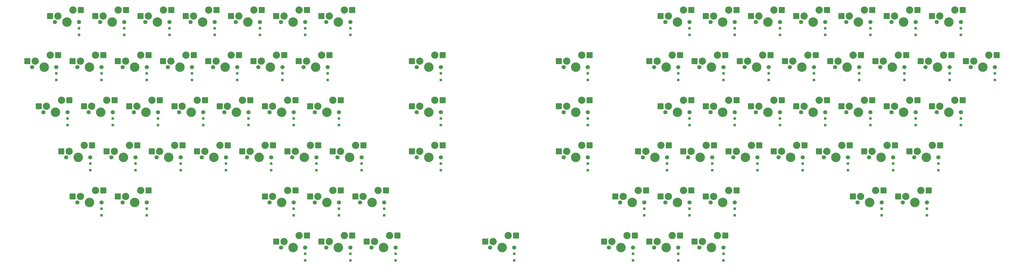
<source format=gbs>
G04 #@! TF.GenerationSoftware,KiCad,Pcbnew,8.0.9*
G04 #@! TF.CreationDate,2025-09-25T17:38:48-07:00*
G04 #@! TF.ProjectId,keyboard,6b657962-6f61-4726-942e-6b696361645f,v0.0.0-alpha*
G04 #@! TF.SameCoordinates,Original*
G04 #@! TF.FileFunction,Soldermask,Bot*
G04 #@! TF.FilePolarity,Negative*
%FSLAX46Y46*%
G04 Gerber Fmt 4.6, Leading zero omitted, Abs format (unit mm)*
G04 Created by KiCad (PCBNEW 8.0.9) date 2025-09-25 17:38:48*
%MOMM*%
%LPD*%
G01*
G04 APERTURE LIST*
G04 Aperture macros list*
%AMRoundRect*
0 Rectangle with rounded corners*
0 $1 Rounding radius*
0 $2 $3 $4 $5 $6 $7 $8 $9 X,Y pos of 4 corners*
0 Add a 4 corners polygon primitive as box body*
4,1,4,$2,$3,$4,$5,$6,$7,$8,$9,$2,$3,0*
0 Add four circle primitives for the rounded corners*
1,1,$1+$1,$2,$3*
1,1,$1+$1,$4,$5*
1,1,$1+$1,$6,$7*
1,1,$1+$1,$8,$9*
0 Add four rect primitives between the rounded corners*
20,1,$1+$1,$2,$3,$4,$5,0*
20,1,$1+$1,$4,$5,$6,$7,0*
20,1,$1+$1,$6,$7,$8,$9,0*
20,1,$1+$1,$8,$9,$2,$3,0*%
G04 Aperture macros list end*
%ADD10C,1.750000*%
%ADD11C,3.050000*%
%ADD12C,4.000000*%
%ADD13RoundRect,0.250000X-1.025000X-1.000000X1.025000X-1.000000X1.025000X1.000000X-1.025000X1.000000X0*%
%ADD14RoundRect,0.250000X0.300000X-0.300000X0.300000X0.300000X-0.300000X0.300000X-0.300000X-0.300000X0*%
G04 APERTURE END LIST*
D10*
G04 #@! TO.C,SW27*
X416489200Y-163656700D03*
D11*
X417759200Y-161116700D03*
D12*
X421569200Y-163656700D03*
D11*
X424109200Y-158576700D03*
D10*
X426649200Y-163656700D03*
D13*
X414484200Y-161116700D03*
X427411200Y-158576700D03*
G04 #@! TD*
D10*
G04 #@! TO.C,SW37*
X197414200Y-182706700D03*
D11*
X198684200Y-180166700D03*
D12*
X202494200Y-182706700D03*
D11*
X205034200Y-177626700D03*
D10*
X207574200Y-182706700D03*
D13*
X195409200Y-180166700D03*
X208336200Y-177626700D03*
G04 #@! TD*
D10*
G04 #@! TO.C,SW63*
X468876700Y-201756700D03*
D11*
X470146700Y-199216700D03*
D12*
X473956700Y-201756700D03*
D11*
X476496700Y-196676700D03*
D10*
X479036700Y-201756700D03*
D13*
X466871700Y-199216700D03*
X479798700Y-196676700D03*
G04 #@! TD*
D10*
G04 #@! TO.C,SW50*
X149789200Y-201756700D03*
D11*
X151059200Y-199216700D03*
D12*
X154869200Y-201756700D03*
D11*
X157409200Y-196676700D03*
D10*
X159949200Y-201756700D03*
D13*
X147784200Y-199216700D03*
X160711200Y-196676700D03*
G04 #@! TD*
D10*
G04 #@! TO.C,SW71*
X383151700Y-220806700D03*
D11*
X384421700Y-218266700D03*
D12*
X388231700Y-220806700D03*
D11*
X390771700Y-215726700D03*
D10*
X393311700Y-220806700D03*
D13*
X381146700Y-218266700D03*
X394073700Y-215726700D03*
G04 #@! TD*
D10*
G04 #@! TO.C,SW39*
X259326700Y-182706700D03*
D11*
X260596700Y-180166700D03*
D12*
X264406700Y-182706700D03*
D11*
X266946700Y-177626700D03*
D10*
X269486700Y-182706700D03*
D13*
X257321700Y-180166700D03*
X270248700Y-177626700D03*
G04 #@! TD*
D10*
G04 #@! TO.C,SW56*
X321239200Y-201756700D03*
D11*
X322509200Y-199216700D03*
D12*
X326319200Y-201756700D03*
D11*
X328859200Y-196676700D03*
D10*
X331399200Y-201756700D03*
D13*
X319234200Y-199216700D03*
X332161200Y-196676700D03*
G04 #@! TD*
D10*
G04 #@! TO.C,SW45*
X440301700Y-182706700D03*
D11*
X441571700Y-180166700D03*
D12*
X445381700Y-182706700D03*
D11*
X447921700Y-177626700D03*
D10*
X450461700Y-182706700D03*
D13*
X438296700Y-180166700D03*
X451223700Y-177626700D03*
G04 #@! TD*
D10*
G04 #@! TO.C,SW6*
X202176700Y-144606700D03*
D11*
X203446700Y-142066700D03*
D12*
X207256700Y-144606700D03*
D11*
X209796700Y-139526700D03*
D10*
X212336700Y-144606700D03*
D13*
X200171700Y-142066700D03*
X213098700Y-139526700D03*
G04 #@! TD*
D10*
G04 #@! TO.C,SW70*
X364101700Y-220806700D03*
D11*
X365371700Y-218266700D03*
D12*
X369181700Y-220806700D03*
D11*
X371721700Y-215726700D03*
D10*
X374261700Y-220806700D03*
D13*
X362096700Y-218266700D03*
X375023700Y-215726700D03*
G04 #@! TD*
D10*
G04 #@! TO.C,SW72*
X445064200Y-220806700D03*
D11*
X446334200Y-218266700D03*
D12*
X450144200Y-220806700D03*
D11*
X452684200Y-215726700D03*
D10*
X455224200Y-220806700D03*
D13*
X443059200Y-218266700D03*
X455986200Y-215726700D03*
G04 #@! TD*
D10*
G04 #@! TO.C,SW40*
X321239200Y-182706700D03*
D11*
X322509200Y-180166700D03*
D12*
X326319200Y-182706700D03*
D11*
X328859200Y-177626700D03*
D10*
X331399200Y-182706700D03*
D13*
X319234200Y-180166700D03*
X332161200Y-177626700D03*
G04 #@! TD*
D10*
G04 #@! TO.C,SW65*
X135501700Y-220806700D03*
D11*
X136771700Y-218266700D03*
D12*
X140581700Y-220806700D03*
D11*
X143121700Y-215726700D03*
D10*
X145661700Y-220806700D03*
D13*
X133496700Y-218266700D03*
X146423700Y-215726700D03*
G04 #@! TD*
D10*
G04 #@! TO.C,SW1*
X106926700Y-144606700D03*
D11*
X108196700Y-142066700D03*
D12*
X112006700Y-144606700D03*
D11*
X114546700Y-139526700D03*
D10*
X117086700Y-144606700D03*
D13*
X104921700Y-142066700D03*
X117848700Y-139526700D03*
G04 #@! TD*
D10*
G04 #@! TO.C,SW64*
X116451700Y-220806700D03*
D11*
X117721700Y-218266700D03*
D12*
X121531700Y-220806700D03*
D11*
X124071700Y-215726700D03*
D10*
X126611700Y-220806700D03*
D13*
X114446700Y-218266700D03*
X127373700Y-215726700D03*
G04 #@! TD*
D10*
G04 #@! TO.C,SW21*
X211701700Y-163656700D03*
D11*
X212971700Y-161116700D03*
D12*
X216781700Y-163656700D03*
D11*
X219321700Y-158576700D03*
D10*
X221861700Y-163656700D03*
D13*
X209696700Y-161116700D03*
X222623700Y-158576700D03*
G04 #@! TD*
D10*
G04 #@! TO.C,SW68*
X235514200Y-220806700D03*
D11*
X236784200Y-218266700D03*
D12*
X240594200Y-220806700D03*
D11*
X243134200Y-215726700D03*
D10*
X245674200Y-220806700D03*
D13*
X233509200Y-218266700D03*
X246436200Y-215726700D03*
G04 #@! TD*
D10*
G04 #@! TO.C,SW75*
X221226700Y-239856700D03*
D11*
X222496700Y-237316700D03*
D12*
X226306700Y-239856700D03*
D11*
X228846700Y-234776700D03*
D10*
X231386700Y-239856700D03*
D13*
X219221700Y-237316700D03*
X232148700Y-234776700D03*
G04 #@! TD*
D10*
G04 #@! TO.C,SW13*
X459351700Y-144606700D03*
D11*
X460621700Y-142066700D03*
D12*
X464431700Y-144606700D03*
D11*
X466971700Y-139526700D03*
D10*
X469511700Y-144606700D03*
D13*
X457346700Y-142066700D03*
X470273700Y-139526700D03*
G04 #@! TD*
D10*
G04 #@! TO.C,SW38*
X216464200Y-182706700D03*
D11*
X217734200Y-180166700D03*
D12*
X221544200Y-182706700D03*
D11*
X224084200Y-177626700D03*
D10*
X226624200Y-182706700D03*
D13*
X214459200Y-180166700D03*
X227386200Y-177626700D03*
G04 #@! TD*
D10*
G04 #@! TO.C,SW29*
X454589200Y-163656700D03*
D11*
X455859200Y-161116700D03*
D12*
X459669200Y-163656700D03*
D11*
X462209200Y-158576700D03*
D10*
X464749200Y-163656700D03*
D13*
X452584200Y-161116700D03*
X465511200Y-158576700D03*
G04 #@! TD*
D10*
G04 #@! TO.C,SW22*
X259326700Y-163656700D03*
D11*
X260596700Y-161116700D03*
D12*
X264406700Y-163656700D03*
D11*
X266946700Y-158576700D03*
D10*
X269486700Y-163656700D03*
D13*
X257321700Y-161116700D03*
X270248700Y-158576700D03*
G04 #@! TD*
D10*
G04 #@! TO.C,SW53*
X206939200Y-201756700D03*
D11*
X208209200Y-199216700D03*
D12*
X212019200Y-201756700D03*
D11*
X214559200Y-196676700D03*
D10*
X217099200Y-201756700D03*
D13*
X204934200Y-199216700D03*
X217861200Y-196676700D03*
G04 #@! TD*
D10*
G04 #@! TO.C,SW57*
X354576700Y-201756700D03*
D11*
X355846700Y-199216700D03*
D12*
X359656700Y-201756700D03*
D11*
X362196700Y-196676700D03*
D10*
X364736700Y-201756700D03*
D13*
X352571700Y-199216700D03*
X365498700Y-196676700D03*
G04 #@! TD*
D10*
G04 #@! TO.C,SW61*
X430776700Y-201756700D03*
D11*
X432046700Y-199216700D03*
D12*
X435856700Y-201756700D03*
D11*
X438396700Y-196676700D03*
D10*
X440936700Y-201756700D03*
D13*
X428771700Y-199216700D03*
X441698700Y-196676700D03*
G04 #@! TD*
D10*
G04 #@! TO.C,SW74*
X202176700Y-239856700D03*
D11*
X203446700Y-237316700D03*
D12*
X207256700Y-239856700D03*
D11*
X209796700Y-234776700D03*
D10*
X212336700Y-239856700D03*
D13*
X200171700Y-237316700D03*
X213098700Y-234776700D03*
G04 #@! TD*
D10*
G04 #@! TO.C,SW60*
X411726700Y-201756700D03*
D11*
X412996700Y-199216700D03*
D12*
X416806700Y-201756700D03*
D11*
X419346700Y-196676700D03*
D10*
X421886700Y-201756700D03*
D13*
X409721700Y-199216700D03*
X422648700Y-196676700D03*
G04 #@! TD*
D10*
G04 #@! TO.C,SW32*
X102164200Y-182706700D03*
D11*
X103434200Y-180166700D03*
D12*
X107244200Y-182706700D03*
D11*
X109784200Y-177626700D03*
D10*
X112324200Y-182706700D03*
D13*
X100159200Y-180166700D03*
X113086200Y-177626700D03*
G04 #@! TD*
D10*
G04 #@! TO.C,SW42*
X383151700Y-182706700D03*
D11*
X384421700Y-180166700D03*
D12*
X388231700Y-182706700D03*
D11*
X390771700Y-177626700D03*
D10*
X393311700Y-182706700D03*
D13*
X381146700Y-180166700D03*
X394073700Y-177626700D03*
G04 #@! TD*
D10*
G04 #@! TO.C,SW49*
X130739200Y-201756700D03*
D11*
X132009200Y-199216700D03*
D12*
X135819200Y-201756700D03*
D11*
X138359200Y-196676700D03*
D10*
X140899200Y-201756700D03*
D13*
X128734200Y-199216700D03*
X141661200Y-196676700D03*
G04 #@! TD*
D10*
G04 #@! TO.C,SW52*
X187889200Y-201756700D03*
D11*
X189159200Y-199216700D03*
D12*
X192969200Y-201756700D03*
D11*
X195509200Y-196676700D03*
D10*
X198049200Y-201756700D03*
D13*
X185884200Y-199216700D03*
X198811200Y-196676700D03*
G04 #@! TD*
D10*
G04 #@! TO.C,SW66*
X197414200Y-220806700D03*
D11*
X198684200Y-218266700D03*
D12*
X202494200Y-220806700D03*
D11*
X205034200Y-215726700D03*
D10*
X207574200Y-220806700D03*
D13*
X195409200Y-218266700D03*
X208336200Y-215726700D03*
G04 #@! TD*
D10*
G04 #@! TO.C,SW18*
X154551700Y-163656700D03*
D11*
X155821700Y-161116700D03*
D12*
X159631700Y-163656700D03*
D11*
X162171700Y-158576700D03*
D10*
X164711700Y-163656700D03*
D13*
X152546700Y-161116700D03*
X165473700Y-158576700D03*
G04 #@! TD*
D10*
G04 #@! TO.C,SW59*
X392676700Y-201756700D03*
D11*
X393946700Y-199216700D03*
D12*
X397756700Y-201756700D03*
D11*
X400296700Y-196676700D03*
D10*
X402836700Y-201756700D03*
D13*
X390671700Y-199216700D03*
X403598700Y-196676700D03*
G04 #@! TD*
D10*
G04 #@! TO.C,SW16*
X116451700Y-163656700D03*
D11*
X117721700Y-161116700D03*
D12*
X121531700Y-163656700D03*
D11*
X124071700Y-158576700D03*
D10*
X126611700Y-163656700D03*
D13*
X114446700Y-161116700D03*
X127373700Y-158576700D03*
G04 #@! TD*
D10*
G04 #@! TO.C,SW31*
X492689200Y-163656700D03*
D11*
X493959200Y-161116700D03*
D12*
X497769200Y-163656700D03*
D11*
X500309200Y-158576700D03*
D10*
X502849200Y-163656700D03*
D13*
X490684200Y-161116700D03*
X503611200Y-158576700D03*
G04 #@! TD*
D10*
G04 #@! TO.C,SW11*
X421251700Y-144606700D03*
D11*
X422521700Y-142066700D03*
D12*
X426331700Y-144606700D03*
D11*
X428871700Y-139526700D03*
D10*
X431411700Y-144606700D03*
D13*
X419246700Y-142066700D03*
X432173700Y-139526700D03*
G04 #@! TD*
D10*
G04 #@! TO.C,SW8*
X364101700Y-144606700D03*
D11*
X365371700Y-142066700D03*
D12*
X369181700Y-144606700D03*
D11*
X371721700Y-139526700D03*
D10*
X374261700Y-144606700D03*
D13*
X362096700Y-142066700D03*
X375023700Y-139526700D03*
G04 #@! TD*
D10*
G04 #@! TO.C,SW4*
X164076700Y-144606700D03*
D11*
X165346700Y-142066700D03*
D12*
X169156700Y-144606700D03*
D11*
X171696700Y-139526700D03*
D10*
X174236700Y-144606700D03*
D13*
X162071700Y-142066700D03*
X174998700Y-139526700D03*
G04 #@! TD*
D10*
G04 #@! TO.C,SW17*
X135501700Y-163656700D03*
D11*
X136771700Y-161116700D03*
D12*
X140581700Y-163656700D03*
D11*
X143121700Y-158576700D03*
D10*
X145661700Y-163656700D03*
D13*
X133496700Y-161116700D03*
X146423700Y-158576700D03*
G04 #@! TD*
D10*
G04 #@! TO.C,SW41*
X364101700Y-182706700D03*
D11*
X365371700Y-180166700D03*
D12*
X369181700Y-182706700D03*
D11*
X371721700Y-177626700D03*
D10*
X374261700Y-182706700D03*
D13*
X362096700Y-180166700D03*
X375023700Y-177626700D03*
G04 #@! TD*
D10*
G04 #@! TO.C,SW10*
X402201700Y-144606700D03*
D11*
X403471700Y-142066700D03*
D12*
X407281700Y-144606700D03*
D11*
X409821700Y-139526700D03*
D10*
X412361700Y-144606700D03*
D13*
X400196700Y-142066700D03*
X413123700Y-139526700D03*
G04 #@! TD*
D10*
G04 #@! TO.C,SW69*
X345051700Y-220806700D03*
D11*
X346321700Y-218266700D03*
D12*
X350131700Y-220806700D03*
D11*
X352671700Y-215726700D03*
D10*
X355211700Y-220806700D03*
D13*
X343046700Y-218266700D03*
X355973700Y-215726700D03*
G04 #@! TD*
D10*
G04 #@! TO.C,SW76*
X240276700Y-239856700D03*
D11*
X241546700Y-237316700D03*
D12*
X245356700Y-239856700D03*
D11*
X247896700Y-234776700D03*
D10*
X250436700Y-239856700D03*
D13*
X238271700Y-237316700D03*
X251198700Y-234776700D03*
G04 #@! TD*
D10*
G04 #@! TO.C,SW15*
X97401700Y-163656700D03*
D11*
X98671700Y-161116700D03*
D12*
X102481700Y-163656700D03*
D11*
X105021700Y-158576700D03*
D10*
X107561700Y-163656700D03*
D13*
X95396700Y-161116700D03*
X108323700Y-158576700D03*
G04 #@! TD*
D10*
G04 #@! TO.C,SW43*
X402201700Y-182706700D03*
D11*
X403471700Y-180166700D03*
D12*
X407281700Y-182706700D03*
D11*
X409821700Y-177626700D03*
D10*
X412361700Y-182706700D03*
D13*
X400196700Y-180166700D03*
X413123700Y-177626700D03*
G04 #@! TD*
D10*
G04 #@! TO.C,SW25*
X378389200Y-163656700D03*
D11*
X379659200Y-161116700D03*
D12*
X383469200Y-163656700D03*
D11*
X386009200Y-158576700D03*
D10*
X388549200Y-163656700D03*
D13*
X376384200Y-161116700D03*
X389311200Y-158576700D03*
G04 #@! TD*
D10*
G04 #@! TO.C,SW78*
X340289200Y-239856700D03*
D11*
X341559200Y-237316700D03*
D12*
X345369200Y-239856700D03*
D11*
X347909200Y-234776700D03*
D10*
X350449200Y-239856700D03*
D13*
X338284200Y-237316700D03*
X351211200Y-234776700D03*
G04 #@! TD*
D10*
G04 #@! TO.C,SW28*
X435539200Y-163656700D03*
D11*
X436809200Y-161116700D03*
D12*
X440619200Y-163656700D03*
D11*
X443159200Y-158576700D03*
D10*
X445699200Y-163656700D03*
D13*
X433534200Y-161116700D03*
X446461200Y-158576700D03*
G04 #@! TD*
D10*
G04 #@! TO.C,SW77*
X290283000Y-239856700D03*
D11*
X291553000Y-237316700D03*
D12*
X295363000Y-239856700D03*
D11*
X297903000Y-234776700D03*
D10*
X300443000Y-239856700D03*
D13*
X288278000Y-237316700D03*
X301205000Y-234776700D03*
G04 #@! TD*
D10*
G04 #@! TO.C,SW14*
X478401700Y-144606700D03*
D11*
X479671700Y-142066700D03*
D12*
X483481700Y-144606700D03*
D11*
X486021700Y-139526700D03*
D10*
X488561700Y-144606700D03*
D13*
X476396700Y-142066700D03*
X489323700Y-139526700D03*
G04 #@! TD*
D10*
G04 #@! TO.C,SW54*
X225989200Y-201756700D03*
D11*
X227259200Y-199216700D03*
D12*
X231069200Y-201756700D03*
D11*
X233609200Y-196676700D03*
D10*
X236149200Y-201756700D03*
D13*
X223984200Y-199216700D03*
X236911200Y-196676700D03*
G04 #@! TD*
D10*
G04 #@! TO.C,SW26*
X397439200Y-163656700D03*
D11*
X398709200Y-161116700D03*
D12*
X402519200Y-163656700D03*
D11*
X405059200Y-158576700D03*
D10*
X407599200Y-163656700D03*
D13*
X395434200Y-161116700D03*
X408361200Y-158576700D03*
G04 #@! TD*
D10*
G04 #@! TO.C,SW80*
X378389200Y-239856700D03*
D11*
X379659200Y-237316700D03*
D12*
X383469200Y-239856700D03*
D11*
X386009200Y-234776700D03*
D10*
X388549200Y-239856700D03*
D13*
X376384200Y-237316700D03*
X389311200Y-234776700D03*
G04 #@! TD*
D10*
G04 #@! TO.C,SW47*
X478401700Y-182706700D03*
D11*
X479671700Y-180166700D03*
D12*
X483481700Y-182706700D03*
D11*
X486021700Y-177626700D03*
D10*
X488561700Y-182706700D03*
D13*
X476396700Y-180166700D03*
X489323700Y-177626700D03*
G04 #@! TD*
D10*
G04 #@! TO.C,SW24*
X359339200Y-163656700D03*
D11*
X360609200Y-161116700D03*
D12*
X364419200Y-163656700D03*
D11*
X366959200Y-158576700D03*
D10*
X369499200Y-163656700D03*
D13*
X357334200Y-161116700D03*
X370261200Y-158576700D03*
G04 #@! TD*
D10*
G04 #@! TO.C,SW46*
X459351700Y-182706700D03*
D11*
X460621700Y-180166700D03*
D12*
X464431700Y-182706700D03*
D11*
X466971700Y-177626700D03*
D10*
X469511700Y-182706700D03*
D13*
X457346700Y-180166700D03*
X470273700Y-177626700D03*
G04 #@! TD*
D10*
G04 #@! TO.C,SW3*
X145026700Y-144606700D03*
D11*
X146296700Y-142066700D03*
D12*
X150106700Y-144606700D03*
D11*
X152646700Y-139526700D03*
D10*
X155186700Y-144606700D03*
D13*
X143021700Y-142066700D03*
X155948700Y-139526700D03*
G04 #@! TD*
D10*
G04 #@! TO.C,SW58*
X373626700Y-201756700D03*
D11*
X374896700Y-199216700D03*
D12*
X378706700Y-201756700D03*
D11*
X381246700Y-196676700D03*
D10*
X383786700Y-201756700D03*
D13*
X371621700Y-199216700D03*
X384548700Y-196676700D03*
G04 #@! TD*
D10*
G04 #@! TO.C,SW51*
X168839200Y-201756700D03*
D11*
X170109200Y-199216700D03*
D12*
X173919200Y-201756700D03*
D11*
X176459200Y-196676700D03*
D10*
X178999200Y-201756700D03*
D13*
X166834200Y-199216700D03*
X179761200Y-196676700D03*
G04 #@! TD*
D10*
G04 #@! TO.C,SW36*
X178364200Y-182706700D03*
D11*
X179634200Y-180166700D03*
D12*
X183444200Y-182706700D03*
D11*
X185984200Y-177626700D03*
D10*
X188524200Y-182706700D03*
D13*
X176359200Y-180166700D03*
X189286200Y-177626700D03*
G04 #@! TD*
D10*
G04 #@! TO.C,SW30*
X473639200Y-163656700D03*
D11*
X474909200Y-161116700D03*
D12*
X478719200Y-163656700D03*
D11*
X481259200Y-158576700D03*
D10*
X483799200Y-163656700D03*
D13*
X471634200Y-161116700D03*
X484561200Y-158576700D03*
G04 #@! TD*
D10*
G04 #@! TO.C,SW34*
X140264200Y-182706700D03*
D11*
X141534200Y-180166700D03*
D12*
X145344200Y-182706700D03*
D11*
X147884200Y-177626700D03*
D10*
X150424200Y-182706700D03*
D13*
X138259200Y-180166700D03*
X151186200Y-177626700D03*
G04 #@! TD*
D10*
G04 #@! TO.C,SW79*
X359339200Y-239856700D03*
D11*
X360609200Y-237316700D03*
D12*
X364419200Y-239856700D03*
D11*
X366959200Y-234776700D03*
D10*
X369499200Y-239856700D03*
D13*
X357334200Y-237316700D03*
X370261200Y-234776700D03*
G04 #@! TD*
D10*
G04 #@! TO.C,SW67*
X216464200Y-220806700D03*
D11*
X217734200Y-218266700D03*
D12*
X221544200Y-220806700D03*
D11*
X224084200Y-215726700D03*
D10*
X226624200Y-220806700D03*
D13*
X214459200Y-218266700D03*
X227386200Y-215726700D03*
G04 #@! TD*
D10*
G04 #@! TO.C,SW7*
X221226700Y-144606700D03*
D11*
X222496700Y-142066700D03*
D12*
X226306700Y-144606700D03*
D11*
X228846700Y-139526700D03*
D10*
X231386700Y-144606700D03*
D13*
X219221700Y-142066700D03*
X232148700Y-139526700D03*
G04 #@! TD*
D10*
G04 #@! TO.C,SW12*
X440301700Y-144606700D03*
D11*
X441571700Y-142066700D03*
D12*
X445381700Y-144606700D03*
D11*
X447921700Y-139526700D03*
D10*
X450461700Y-144606700D03*
D13*
X438296700Y-142066700D03*
X451223700Y-139526700D03*
G04 #@! TD*
D10*
G04 #@! TO.C,SW73*
X464114200Y-220806700D03*
D11*
X465384200Y-218266700D03*
D12*
X469194200Y-220806700D03*
D11*
X471734200Y-215726700D03*
D10*
X474274200Y-220806700D03*
D13*
X462109200Y-218266700D03*
X475036200Y-215726700D03*
G04 #@! TD*
D10*
G04 #@! TO.C,SW2*
X125976700Y-144606700D03*
D11*
X127246700Y-142066700D03*
D12*
X131056700Y-144606700D03*
D11*
X133596700Y-139526700D03*
D10*
X136136700Y-144606700D03*
D13*
X123971700Y-142066700D03*
X136898700Y-139526700D03*
G04 #@! TD*
D10*
G04 #@! TO.C,SW33*
X121214200Y-182706700D03*
D11*
X122484200Y-180166700D03*
D12*
X126294200Y-182706700D03*
D11*
X128834200Y-177626700D03*
D10*
X131374200Y-182706700D03*
D13*
X119209200Y-180166700D03*
X132136200Y-177626700D03*
G04 #@! TD*
D10*
G04 #@! TO.C,SW23*
X321239200Y-163656700D03*
D11*
X322509200Y-161116700D03*
D12*
X326319200Y-163656700D03*
D11*
X328859200Y-158576700D03*
D10*
X331399200Y-163656700D03*
D13*
X319234200Y-161116700D03*
X332161200Y-158576700D03*
G04 #@! TD*
D10*
G04 #@! TO.C,SW20*
X192651700Y-163656700D03*
D11*
X193921700Y-161116700D03*
D12*
X197731700Y-163656700D03*
D11*
X200271700Y-158576700D03*
D10*
X202811700Y-163656700D03*
D13*
X190646700Y-161116700D03*
X203573700Y-158576700D03*
G04 #@! TD*
D10*
G04 #@! TO.C,SW44*
X421251700Y-182706700D03*
D11*
X422521700Y-180166700D03*
D12*
X426331700Y-182706700D03*
D11*
X428871700Y-177626700D03*
D10*
X431411700Y-182706700D03*
D13*
X419246700Y-180166700D03*
X432173700Y-177626700D03*
G04 #@! TD*
D10*
G04 #@! TO.C,SW55*
X259326700Y-201756700D03*
D11*
X260596700Y-199216700D03*
D12*
X264406700Y-201756700D03*
D11*
X266946700Y-196676700D03*
D10*
X269486700Y-201756700D03*
D13*
X257321700Y-199216700D03*
X270248700Y-196676700D03*
G04 #@! TD*
D10*
G04 #@! TO.C,SW9*
X383151700Y-144606700D03*
D11*
X384421700Y-142066700D03*
D12*
X388231700Y-144606700D03*
D11*
X390771700Y-139526700D03*
D10*
X393311700Y-144606700D03*
D13*
X381146700Y-142066700D03*
X394073700Y-139526700D03*
G04 #@! TD*
D10*
G04 #@! TO.C,SW48*
X111689200Y-201756700D03*
D11*
X112959200Y-199216700D03*
D12*
X116769200Y-201756700D03*
D11*
X119309200Y-196676700D03*
D10*
X121849200Y-201756700D03*
D13*
X109684200Y-199216700D03*
X122611200Y-196676700D03*
G04 #@! TD*
D10*
G04 #@! TO.C,SW19*
X173601700Y-163656700D03*
D11*
X174871700Y-161116700D03*
D12*
X178681700Y-163656700D03*
D11*
X181221700Y-158576700D03*
D10*
X183761700Y-163656700D03*
D13*
X171596700Y-161116700D03*
X184523700Y-158576700D03*
G04 #@! TD*
D10*
G04 #@! TO.C,SW35*
X159314200Y-182706700D03*
D11*
X160584200Y-180166700D03*
D12*
X164394200Y-182706700D03*
D11*
X166934200Y-177626700D03*
D10*
X169474200Y-182706700D03*
D13*
X157309200Y-180166700D03*
X170236200Y-177626700D03*
G04 #@! TD*
D10*
G04 #@! TO.C,SW5*
X183126700Y-144606700D03*
D11*
X184396700Y-142066700D03*
D12*
X188206700Y-144606700D03*
D11*
X190746700Y-139526700D03*
D10*
X193286700Y-144606700D03*
D13*
X181121700Y-142066700D03*
X194048700Y-139526700D03*
G04 #@! TD*
D10*
G04 #@! TO.C,SW62*
X449826700Y-201756700D03*
D11*
X451096700Y-199216700D03*
D12*
X454906700Y-201756700D03*
D11*
X457446700Y-196676700D03*
D10*
X459986700Y-201756700D03*
D13*
X447821700Y-199216700D03*
X460748700Y-196676700D03*
G04 #@! TD*
D14*
G04 #@! TO.C,D63*
X479036700Y-207156700D03*
X479036700Y-204356700D03*
G04 #@! TD*
G04 #@! TO.C,D47*
X488561700Y-188106700D03*
X488561700Y-185306700D03*
G04 #@! TD*
G04 #@! TO.C,D53*
X217099200Y-207156700D03*
X217099200Y-204356700D03*
G04 #@! TD*
G04 #@! TO.C,D40*
X331399200Y-188106700D03*
X331399200Y-185306700D03*
G04 #@! TD*
G04 #@! TO.C,D76*
X250436700Y-245256700D03*
X250436700Y-242456700D03*
G04 #@! TD*
G04 #@! TO.C,D75*
X231386700Y-245256700D03*
X231386700Y-242456700D03*
G04 #@! TD*
G04 #@! TO.C,D64*
X126611700Y-226206700D03*
X126611700Y-223406700D03*
G04 #@! TD*
G04 #@! TO.C,D69*
X355211700Y-226206700D03*
X355211700Y-223406700D03*
G04 #@! TD*
G04 #@! TO.C,D38*
X226624200Y-188106700D03*
X226624200Y-185306700D03*
G04 #@! TD*
G04 #@! TO.C,D14*
X488561700Y-150006700D03*
X488561700Y-147206700D03*
G04 #@! TD*
G04 #@! TO.C,D26*
X407599200Y-169056700D03*
X407599200Y-166256700D03*
G04 #@! TD*
G04 #@! TO.C,D6*
X212336700Y-150006700D03*
X212336700Y-147206700D03*
G04 #@! TD*
G04 #@! TO.C,D15*
X107561700Y-169056700D03*
X107561700Y-166256700D03*
G04 #@! TD*
G04 #@! TO.C,D8*
X374261700Y-150006700D03*
X374261700Y-147206700D03*
G04 #@! TD*
G04 #@! TO.C,D61*
X440936700Y-207156700D03*
X440936700Y-204356700D03*
G04 #@! TD*
G04 #@! TO.C,D72*
X455224200Y-226206700D03*
X455224200Y-223406700D03*
G04 #@! TD*
G04 #@! TO.C,D62*
X459986700Y-207156700D03*
X459986700Y-204356700D03*
G04 #@! TD*
G04 #@! TO.C,D70*
X374261700Y-226206700D03*
X374261700Y-223406700D03*
G04 #@! TD*
G04 #@! TO.C,D2*
X136136700Y-150006700D03*
X136136700Y-147206700D03*
G04 #@! TD*
G04 #@! TO.C,D44*
X431411700Y-188106700D03*
X431411700Y-185306700D03*
G04 #@! TD*
G04 #@! TO.C,D60*
X421886700Y-207156700D03*
X421886700Y-204356700D03*
G04 #@! TD*
G04 #@! TO.C,D21*
X221861700Y-169056700D03*
X221861700Y-166256700D03*
G04 #@! TD*
G04 #@! TO.C,D68*
X245674200Y-226206700D03*
X245674200Y-223406700D03*
G04 #@! TD*
G04 #@! TO.C,D24*
X369499200Y-169056700D03*
X369499200Y-166256700D03*
G04 #@! TD*
G04 #@! TO.C,D30*
X483799200Y-169056700D03*
X483799200Y-166256700D03*
G04 #@! TD*
G04 #@! TO.C,D39*
X269486700Y-188106700D03*
X269486700Y-185306700D03*
G04 #@! TD*
G04 #@! TO.C,D55*
X269486700Y-207156700D03*
X269486700Y-204356700D03*
G04 #@! TD*
G04 #@! TO.C,D29*
X464749200Y-169056700D03*
X464749200Y-166256700D03*
G04 #@! TD*
G04 #@! TO.C,D71*
X393311700Y-226206700D03*
X393311700Y-223406700D03*
G04 #@! TD*
G04 #@! TO.C,D34*
X150424200Y-188106700D03*
X150424200Y-185306700D03*
G04 #@! TD*
G04 #@! TO.C,D35*
X169474200Y-188106700D03*
X169474200Y-185306700D03*
G04 #@! TD*
G04 #@! TO.C,D16*
X126611700Y-169056700D03*
X126611700Y-166256700D03*
G04 #@! TD*
G04 #@! TO.C,D9*
X393311700Y-150006700D03*
X393311700Y-147206700D03*
G04 #@! TD*
G04 #@! TO.C,D67*
X226624200Y-226206700D03*
X226624200Y-223406700D03*
G04 #@! TD*
G04 #@! TO.C,D18*
X164711700Y-169056700D03*
X164711700Y-166256700D03*
G04 #@! TD*
G04 #@! TO.C,D33*
X131374200Y-188106700D03*
X131374200Y-185306700D03*
G04 #@! TD*
G04 #@! TO.C,D79*
X369499200Y-245256700D03*
X369499200Y-242456700D03*
G04 #@! TD*
G04 #@! TO.C,D78*
X350449200Y-245256700D03*
X350449200Y-242456700D03*
G04 #@! TD*
G04 #@! TO.C,D25*
X388549200Y-169056700D03*
X388549200Y-166256700D03*
G04 #@! TD*
G04 #@! TO.C,D54*
X236149200Y-207156700D03*
X236149200Y-204356700D03*
G04 #@! TD*
G04 #@! TO.C,D41*
X374261700Y-188106700D03*
X374261700Y-185306700D03*
G04 #@! TD*
G04 #@! TO.C,D32*
X112324200Y-188106700D03*
X112324200Y-185306700D03*
G04 #@! TD*
G04 #@! TO.C,D65*
X145661700Y-226206700D03*
X145661700Y-223406700D03*
G04 #@! TD*
G04 #@! TO.C,D22*
X269486700Y-169056700D03*
X269486700Y-166256700D03*
G04 #@! TD*
G04 #@! TO.C,D77*
X300443000Y-245256700D03*
X300443000Y-242456700D03*
G04 #@! TD*
G04 #@! TO.C,D36*
X188524200Y-188106700D03*
X188524200Y-185306700D03*
G04 #@! TD*
G04 #@! TO.C,D73*
X474274200Y-226206700D03*
X474274200Y-223406700D03*
G04 #@! TD*
G04 #@! TO.C,D50*
X159949200Y-207156700D03*
X159949200Y-204356700D03*
G04 #@! TD*
G04 #@! TO.C,D5*
X193286700Y-150006700D03*
X193286700Y-147206700D03*
G04 #@! TD*
G04 #@! TO.C,D49*
X140899200Y-207156700D03*
X140899200Y-204356700D03*
G04 #@! TD*
G04 #@! TO.C,D19*
X183761700Y-169056700D03*
X183761700Y-166256700D03*
G04 #@! TD*
G04 #@! TO.C,D37*
X207574200Y-188106700D03*
X207574200Y-185306700D03*
G04 #@! TD*
G04 #@! TO.C,D59*
X402836700Y-207156700D03*
X402836700Y-204356700D03*
G04 #@! TD*
G04 #@! TO.C,D4*
X174236700Y-150006700D03*
X174236700Y-147206700D03*
G04 #@! TD*
G04 #@! TO.C,D48*
X121849200Y-207156700D03*
X121849200Y-204356700D03*
G04 #@! TD*
G04 #@! TO.C,D43*
X412361700Y-188106700D03*
X412361700Y-185306700D03*
G04 #@! TD*
G04 #@! TO.C,D12*
X450461700Y-150006700D03*
X450461700Y-147206700D03*
G04 #@! TD*
G04 #@! TO.C,D28*
X445699200Y-169056700D03*
X445699200Y-166256700D03*
G04 #@! TD*
G04 #@! TO.C,D52*
X198049200Y-207156700D03*
X198049200Y-204356700D03*
G04 #@! TD*
G04 #@! TO.C,D13*
X469511700Y-150006700D03*
X469511700Y-147206700D03*
G04 #@! TD*
G04 #@! TO.C,D11*
X431411700Y-150006700D03*
X431411700Y-147206700D03*
G04 #@! TD*
G04 #@! TO.C,D74*
X212336700Y-245256700D03*
X212336700Y-242456700D03*
G04 #@! TD*
G04 #@! TO.C,D17*
X145661700Y-169056700D03*
X145661700Y-166256700D03*
G04 #@! TD*
G04 #@! TO.C,D66*
X207574200Y-226206700D03*
X207574200Y-223406700D03*
G04 #@! TD*
G04 #@! TO.C,D7*
X231386700Y-150006700D03*
X231386700Y-147206700D03*
G04 #@! TD*
G04 #@! TO.C,D51*
X178999200Y-207156700D03*
X178999200Y-204356700D03*
G04 #@! TD*
G04 #@! TO.C,D42*
X393311700Y-188106700D03*
X393311700Y-185306700D03*
G04 #@! TD*
G04 #@! TO.C,D3*
X155186700Y-150006700D03*
X155186700Y-147206700D03*
G04 #@! TD*
G04 #@! TO.C,D58*
X383786700Y-207156700D03*
X383786700Y-204356700D03*
G04 #@! TD*
G04 #@! TO.C,D46*
X469511700Y-188106700D03*
X469511700Y-185306700D03*
G04 #@! TD*
G04 #@! TO.C,D10*
X412361700Y-150006700D03*
X412361700Y-147206700D03*
G04 #@! TD*
G04 #@! TO.C,D31*
X502849200Y-169056700D03*
X502849200Y-166256700D03*
G04 #@! TD*
G04 #@! TO.C,D57*
X364736700Y-207156700D03*
X364736700Y-204356700D03*
G04 #@! TD*
G04 #@! TO.C,D1*
X117086700Y-150006700D03*
X117086700Y-147206700D03*
G04 #@! TD*
G04 #@! TO.C,D27*
X426649200Y-169056700D03*
X426649200Y-166256700D03*
G04 #@! TD*
G04 #@! TO.C,D45*
X450461700Y-188106700D03*
X450461700Y-185306700D03*
G04 #@! TD*
G04 #@! TO.C,D80*
X388549200Y-245256700D03*
X388549200Y-242456700D03*
G04 #@! TD*
G04 #@! TO.C,D20*
X202811700Y-169056700D03*
X202811700Y-166256700D03*
G04 #@! TD*
G04 #@! TO.C,D23*
X331399200Y-169056700D03*
X331399200Y-166256700D03*
G04 #@! TD*
G04 #@! TO.C,D56*
X331399200Y-207156700D03*
X331399200Y-204356700D03*
G04 #@! TD*
M02*

</source>
